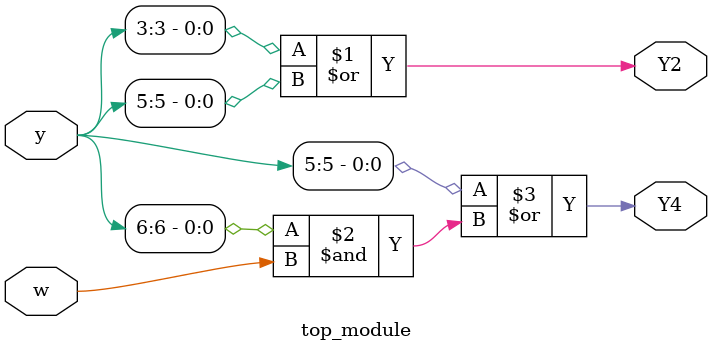
<source format=sv>
module top_module (
	input [6:1] y,
	input w,
	output Y2,
	output Y4
);
	assign Y2 = y[3] | y[5];
	assign Y4 = y[5] | (y[6] & w);
endmodule

</source>
